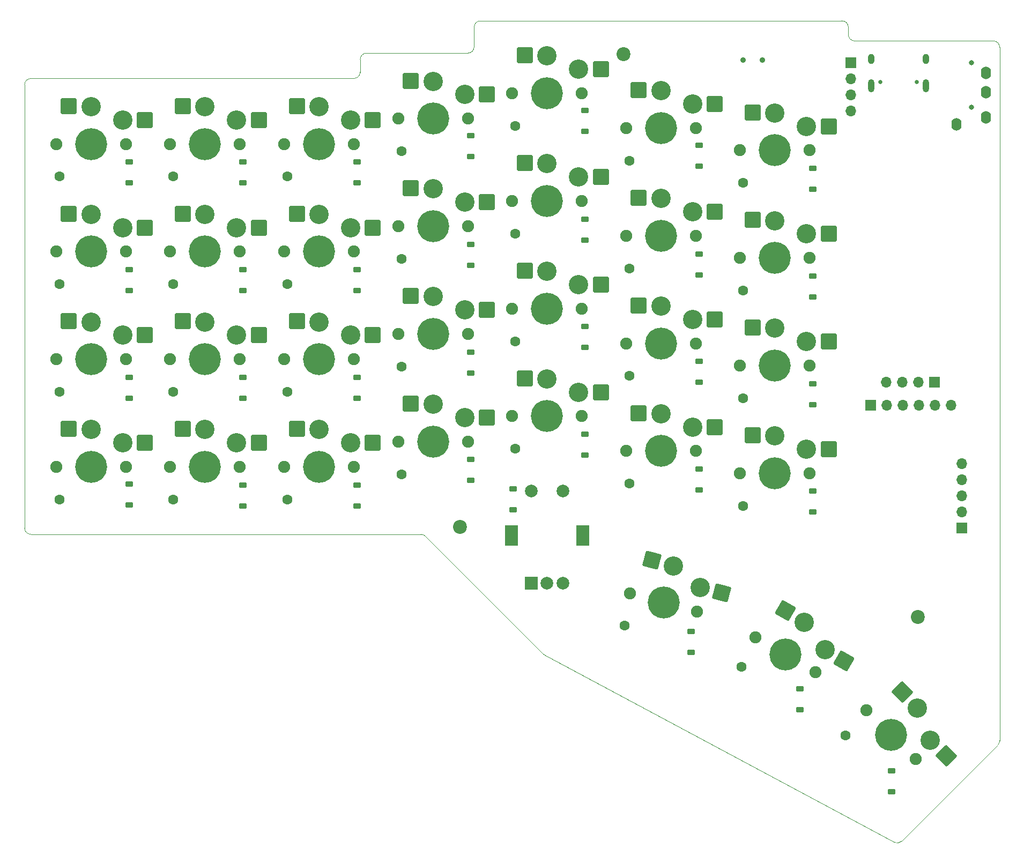
<source format=gbr>
%TF.GenerationSoftware,KiCad,Pcbnew,8.0.5*%
%TF.CreationDate,2024-10-11T21:26:08+02:00*%
%TF.ProjectId,vaucasy_left,76617563-6173-4795-9f6c-6566742e6b69,rev?*%
%TF.SameCoordinates,Original*%
%TF.FileFunction,Soldermask,Bot*%
%TF.FilePolarity,Negative*%
%FSLAX46Y46*%
G04 Gerber Fmt 4.6, Leading zero omitted, Abs format (unit mm)*
G04 Created by KiCad (PCBNEW 8.0.5) date 2024-10-11 21:26:08*
%MOMM*%
%LPD*%
G01*
G04 APERTURE LIST*
G04 Aperture macros list*
%AMRoundRect*
0 Rectangle with rounded corners*
0 $1 Rounding radius*
0 $2 $3 $4 $5 $6 $7 $8 $9 X,Y pos of 4 corners*
0 Add a 4 corners polygon primitive as box body*
4,1,4,$2,$3,$4,$5,$6,$7,$8,$9,$2,$3,0*
0 Add four circle primitives for the rounded corners*
1,1,$1+$1,$2,$3*
1,1,$1+$1,$4,$5*
1,1,$1+$1,$6,$7*
1,1,$1+$1,$8,$9*
0 Add four rect primitives between the rounded corners*
20,1,$1+$1,$2,$3,$4,$5,0*
20,1,$1+$1,$4,$5,$6,$7,0*
20,1,$1+$1,$6,$7,$8,$9,0*
20,1,$1+$1,$8,$9,$2,$3,0*%
G04 Aperture macros list end*
%ADD10R,2.000000X2.000000*%
%ADD11C,2.000000*%
%ADD12R,2.000000X3.200000*%
%ADD13R,1.700000X1.700000*%
%ADD14O,1.700000X1.700000*%
%ADD15C,1.900000*%
%ADD16C,1.600000*%
%ADD17C,3.050000*%
%ADD18C,5.050000*%
%ADD19RoundRect,0.250000X-1.025000X-1.000000X1.025000X-1.000000X1.025000X1.000000X-1.025000X1.000000X0*%
%ADD20C,2.200000*%
%ADD21C,0.900000*%
%ADD22C,0.800000*%
%ADD23O,1.600000X2.000000*%
%ADD24RoundRect,0.250000X-1.431891X0.017678X0.017678X-1.431891X1.431891X-0.017678X-0.017678X1.431891X0*%
%ADD25RoundRect,0.250000X-1.248893X-0.700636X0.731255X-1.231215X1.248893X0.700636X-0.731255X1.231215X0*%
%ADD26C,0.650000*%
%ADD27O,1.000000X2.100000*%
%ADD28O,1.000000X1.600000*%
%ADD29RoundRect,0.250000X-1.387676X-0.353525X0.387676X-1.378525X1.387676X0.353525X-0.387676X1.378525X0*%
%ADD30RoundRect,0.225000X0.375000X-0.225000X0.375000X0.225000X-0.375000X0.225000X-0.375000X-0.225000X0*%
%TA.AperFunction,Profile*%
%ADD31C,0.050000*%
%TD*%
G04 APERTURE END LIST*
D10*
%TO.C,SW3*%
X105015000Y-116700000D03*
D11*
X110015000Y-116700000D03*
X107515000Y-116700000D03*
D12*
X101915000Y-109200000D03*
X113115000Y-109200000D03*
D11*
X110015000Y-102200000D03*
X105015000Y-102200000D03*
%TD*%
D13*
%TO.C,J4*%
X173000000Y-108030000D03*
D14*
X173000000Y-105490000D03*
X173000000Y-102950000D03*
X173000000Y-100410000D03*
X173000000Y-97870000D03*
%TD*%
D15*
%TO.C,S5*%
X102000000Y-39350000D03*
D16*
X102500000Y-44500000D03*
D17*
X107500000Y-33450000D03*
D18*
X107500000Y-39350000D03*
D17*
X112500000Y-35550000D03*
D15*
X113000000Y-39350000D03*
D19*
X104000000Y-33350000D03*
X116000000Y-35550000D03*
%TD*%
D15*
%TO.C,S27*%
X120000000Y-78850000D03*
D16*
X120500000Y-84000000D03*
D17*
X125500000Y-72950000D03*
D18*
X125500000Y-78850000D03*
D17*
X130500000Y-75050000D03*
D15*
X131000000Y-78850000D03*
D19*
X122000000Y-72850000D03*
X134000000Y-75050000D03*
%TD*%
D15*
%TO.C,S3*%
X66000000Y-47350000D03*
D16*
X66500000Y-52500000D03*
D17*
X71500000Y-41450000D03*
D18*
X71500000Y-47350000D03*
D17*
X76500000Y-43550000D03*
D15*
X77000000Y-47350000D03*
D19*
X68000000Y-41350000D03*
X80000000Y-43550000D03*
%TD*%
D15*
%TO.C,S19*%
X48000000Y-81350000D03*
D16*
X48500000Y-86500000D03*
D17*
X53500000Y-75450000D03*
D18*
X53500000Y-81350000D03*
D17*
X58500000Y-77550000D03*
D15*
X59000000Y-81350000D03*
D19*
X50000000Y-75350000D03*
X62000000Y-77550000D03*
%TD*%
D15*
%TO.C,S28*%
X120000000Y-95850000D03*
D16*
X120500000Y-101000000D03*
D17*
X125500000Y-89950000D03*
D18*
X125500000Y-95850000D03*
D17*
X130500000Y-92050000D03*
D15*
X131000000Y-95850000D03*
D19*
X122000000Y-89850000D03*
X134000000Y-92050000D03*
%TD*%
D20*
%TO.C,H3*%
X119625000Y-33200000D03*
%TD*%
D15*
%TO.C,S7*%
X138000000Y-48350000D03*
D16*
X138500000Y-53500000D03*
D17*
X143500000Y-42450000D03*
D18*
X143500000Y-48350000D03*
D17*
X148500000Y-44550000D03*
D15*
X149000000Y-48350000D03*
D19*
X140000000Y-42350000D03*
X152000000Y-44550000D03*
%TD*%
D21*
%TO.C,SW1*%
X141500000Y-34075000D03*
X138500000Y-34075000D03*
%TD*%
D15*
%TO.C,S30*%
X138000000Y-99350000D03*
D16*
X138500000Y-104500000D03*
D17*
X143500000Y-93450000D03*
D18*
X143500000Y-99350000D03*
D17*
X148500000Y-95550000D03*
D15*
X149000000Y-99350000D03*
D19*
X140000000Y-93350000D03*
X152000000Y-95550000D03*
%TD*%
D20*
%TO.C,H2*%
X166075000Y-122075000D03*
%TD*%
%TO.C,H1*%
X93775000Y-107825000D03*
%TD*%
D15*
%TO.C,S14*%
X120000000Y-61850000D03*
D16*
X120500000Y-67000000D03*
D17*
X125500000Y-55950000D03*
D18*
X125500000Y-61850000D03*
D17*
X130500000Y-58050000D03*
D15*
X131000000Y-61850000D03*
D19*
X122000000Y-55850000D03*
X134000000Y-58050000D03*
%TD*%
D15*
%TO.C,S6*%
X120000000Y-44850000D03*
D16*
X120500000Y-50000000D03*
D17*
X125500000Y-38950000D03*
D18*
X125500000Y-44850000D03*
D17*
X130500000Y-41050000D03*
D15*
X131000000Y-44850000D03*
D19*
X122000000Y-38850000D03*
X134000000Y-41050000D03*
%TD*%
D13*
%TO.C,J2*%
X168730000Y-84950000D03*
D14*
X166190000Y-84950000D03*
X163650000Y-84950000D03*
X161110000Y-84950000D03*
%TD*%
D15*
%TO.C,S15*%
X138000000Y-65350000D03*
D16*
X138500000Y-70500000D03*
D17*
X143500000Y-59450000D03*
D18*
X143500000Y-65350000D03*
D17*
X148500000Y-61550000D03*
D15*
X149000000Y-65350000D03*
D19*
X140000000Y-59350000D03*
X152000000Y-61550000D03*
%TD*%
D15*
%TO.C,S29*%
X138000000Y-82350000D03*
D16*
X138500000Y-87500000D03*
D17*
X143500000Y-76450000D03*
D18*
X143500000Y-82350000D03*
D17*
X148500000Y-78550000D03*
D15*
X149000000Y-82350000D03*
D19*
X140000000Y-76350000D03*
X152000000Y-78550000D03*
%TD*%
D15*
%TO.C,S22*%
X66000000Y-98350000D03*
D16*
X66500000Y-103500000D03*
D17*
X71500000Y-92450000D03*
D18*
X71500000Y-98350000D03*
D17*
X76500000Y-94550000D03*
D15*
X77000000Y-98350000D03*
D19*
X68000000Y-92350000D03*
X80000000Y-94550000D03*
%TD*%
D15*
%TO.C,S26*%
X102000000Y-90350000D03*
D16*
X102500000Y-95500000D03*
D17*
X107500000Y-84450000D03*
D18*
X107500000Y-90350000D03*
D17*
X112500000Y-86550000D03*
D15*
X113000000Y-90350000D03*
D19*
X104000000Y-84350000D03*
X116000000Y-86550000D03*
%TD*%
D15*
%TO.C,S23*%
X84000000Y-77350000D03*
D16*
X84500000Y-82500000D03*
D17*
X89500000Y-71450000D03*
D18*
X89500000Y-77350000D03*
D17*
X94500000Y-73550000D03*
D15*
X95000000Y-77350000D03*
D19*
X86000000Y-71350000D03*
X98000000Y-73550000D03*
%TD*%
D15*
%TO.C,S1*%
X30000000Y-47350000D03*
D16*
X30500000Y-52500000D03*
D17*
X35500000Y-41450000D03*
D18*
X35500000Y-47350000D03*
D17*
X40500000Y-43550000D03*
D15*
X41000000Y-47350000D03*
D19*
X32000000Y-41350000D03*
X44000000Y-43550000D03*
%TD*%
D15*
%TO.C,S13*%
X102000000Y-56350000D03*
D16*
X102500000Y-61500000D03*
D17*
X107500000Y-50450000D03*
D18*
X107500000Y-56350000D03*
D17*
X112500000Y-52550000D03*
D15*
X113000000Y-56350000D03*
D19*
X104000000Y-50350000D03*
X116000000Y-52550000D03*
%TD*%
D15*
%TO.C,S9*%
X30000000Y-64350000D03*
D16*
X30500000Y-69500000D03*
D17*
X35500000Y-58450000D03*
D18*
X35500000Y-64350000D03*
D17*
X40500000Y-60550000D03*
D15*
X41000000Y-64350000D03*
D19*
X32000000Y-58350000D03*
X44000000Y-60550000D03*
%TD*%
D15*
%TO.C,S4*%
X84000000Y-43350000D03*
D16*
X84500000Y-48500000D03*
D17*
X89500000Y-37450000D03*
D18*
X89500000Y-43350000D03*
D17*
X94500000Y-39550000D03*
D15*
X95000000Y-43350000D03*
D19*
X86000000Y-37350000D03*
X98000000Y-39550000D03*
%TD*%
D15*
%TO.C,S10*%
X48000000Y-64350000D03*
D16*
X48500000Y-69500000D03*
D17*
X53500000Y-58450000D03*
D18*
X53500000Y-64350000D03*
D17*
X58500000Y-60550000D03*
D15*
X59000000Y-64350000D03*
D19*
X50000000Y-58350000D03*
X62000000Y-60550000D03*
%TD*%
D15*
%TO.C,S11*%
X66000000Y-64350000D03*
D16*
X66500000Y-69500000D03*
D17*
X71500000Y-58450000D03*
D18*
X71500000Y-64350000D03*
D17*
X76500000Y-60550000D03*
D15*
X77000000Y-64350000D03*
D19*
X68000000Y-58350000D03*
X80000000Y-60550000D03*
%TD*%
D22*
%TO.C,U4*%
X174500000Y-34550000D03*
X174500000Y-41550000D03*
D23*
X172200000Y-44250000D03*
X176800000Y-43150000D03*
X176800000Y-39150000D03*
X176800000Y-36150000D03*
%TD*%
D15*
%TO.C,S17*%
X30000000Y-81350000D03*
D16*
X30500000Y-86500000D03*
D17*
X35500000Y-75450000D03*
D18*
X35500000Y-81350000D03*
D17*
X40500000Y-77550000D03*
D15*
X41000000Y-81350000D03*
D19*
X32000000Y-75350000D03*
X44000000Y-77550000D03*
%TD*%
D15*
%TO.C,S24*%
X84000000Y-94350000D03*
D16*
X84500000Y-99500000D03*
D17*
X89500000Y-88450000D03*
D18*
X89500000Y-94350000D03*
D17*
X94500000Y-90550000D03*
D15*
X95000000Y-94350000D03*
D19*
X86000000Y-88350000D03*
X98000000Y-90550000D03*
%TD*%
D15*
%TO.C,S31*%
X157944450Y-136754847D03*
D16*
X154656403Y-140750000D03*
D17*
X166005467Y-136472004D03*
D18*
X161833537Y-140643934D03*
D17*
X168056077Y-141492462D03*
D15*
X165722624Y-144533021D03*
D24*
X163601304Y-133926420D03*
X170530950Y-143967336D03*
%TD*%
D15*
%TO.C,S2*%
X48000000Y-47350000D03*
D16*
X48500000Y-52500000D03*
D17*
X53500000Y-41450000D03*
D18*
X53500000Y-47350000D03*
D17*
X58500000Y-43550000D03*
D15*
X59000000Y-47350000D03*
D19*
X50000000Y-41350000D03*
X62000000Y-43550000D03*
%TD*%
D15*
%TO.C,S20*%
X48000000Y-98350000D03*
D16*
X48500000Y-103500000D03*
D17*
X53500000Y-92450000D03*
D18*
X53500000Y-98350000D03*
D17*
X58500000Y-94550000D03*
D15*
X59000000Y-98350000D03*
D19*
X50000000Y-92350000D03*
X62000000Y-94550000D03*
%TD*%
D15*
%TO.C,S8*%
X120593811Y-118326495D03*
D16*
X119743856Y-123430423D03*
D17*
X127433435Y-114051038D03*
D18*
X125906403Y-119750000D03*
D17*
X131719545Y-117373577D03*
D15*
X131218995Y-121173505D03*
D25*
X124078577Y-113048579D03*
X135100285Y-118279444D03*
%TD*%
D26*
%TO.C,J1*%
X165890000Y-37590000D03*
X160110000Y-37590000D03*
D27*
X167320000Y-38120000D03*
D28*
X167320000Y-33940000D03*
D27*
X158680000Y-38120000D03*
D28*
X158680000Y-33940000D03*
%TD*%
D15*
%TO.C,S25*%
X102000000Y-73350000D03*
D16*
X102500000Y-78500000D03*
D17*
X107500000Y-67450000D03*
D18*
X107500000Y-73350000D03*
D17*
X112500000Y-69550000D03*
D15*
X113000000Y-73350000D03*
D19*
X104000000Y-67350000D03*
X116000000Y-69550000D03*
%TD*%
D15*
%TO.C,S12*%
X84000000Y-60350000D03*
D16*
X84500000Y-65500000D03*
D17*
X89500000Y-54450000D03*
D18*
X89500000Y-60350000D03*
D17*
X94500000Y-56550000D03*
D15*
X95000000Y-60350000D03*
D19*
X86000000Y-54350000D03*
X98000000Y-56550000D03*
%TD*%
D15*
%TO.C,S21*%
X66000000Y-81350000D03*
D16*
X66500000Y-86500000D03*
D17*
X71500000Y-75450000D03*
D18*
X71500000Y-81350000D03*
D17*
X76500000Y-77550000D03*
D15*
X77000000Y-81350000D03*
D19*
X68000000Y-75350000D03*
X80000000Y-77550000D03*
%TD*%
D13*
%TO.C,J6*%
X155500000Y-34550000D03*
D14*
X155500000Y-37090000D03*
X155500000Y-39630000D03*
X155500000Y-42170000D03*
%TD*%
D15*
%TO.C,S16*%
X140393263Y-125250000D03*
D16*
X138251276Y-129960031D03*
D17*
X148106403Y-122890450D03*
D18*
X145156403Y-128000000D03*
D17*
X151386531Y-127209104D03*
D15*
X149919543Y-130750000D03*
D29*
X145125314Y-121053848D03*
X154417619Y-128959103D03*
%TD*%
D15*
%TO.C,S18*%
X30000000Y-98350000D03*
D16*
X30500000Y-103500000D03*
D17*
X35500000Y-92450000D03*
D18*
X35500000Y-98350000D03*
D17*
X40500000Y-94550000D03*
D15*
X41000000Y-98350000D03*
D19*
X32000000Y-92350000D03*
X44000000Y-94550000D03*
%TD*%
D30*
%TO.C,D19*%
X59500000Y-87500000D03*
X59500000Y-84200000D03*
%TD*%
%TO.C,D9*%
X41500000Y-70500000D03*
X41500000Y-67200000D03*
%TD*%
D13*
%TO.C,J5*%
X158600000Y-88575000D03*
D14*
X161140000Y-88575000D03*
X163680000Y-88575000D03*
X166220000Y-88575000D03*
X168760000Y-88575000D03*
X171300000Y-88575000D03*
%TD*%
D30*
%TO.C,D15*%
X149500000Y-71500000D03*
X149500000Y-68200000D03*
%TD*%
%TO.C,D8*%
X130218263Y-127650000D03*
X130218263Y-124350000D03*
%TD*%
%TO.C,D17*%
X41500000Y-87500000D03*
X41500000Y-84200000D03*
%TD*%
%TO.C,D18*%
X41500000Y-104350000D03*
X41500000Y-101050000D03*
%TD*%
%TO.C,D14*%
X131500000Y-68000000D03*
X131500000Y-64700000D03*
%TD*%
%TO.C,D12*%
X95500000Y-66500000D03*
X95500000Y-63200000D03*
%TD*%
%TO.C,D24*%
X95500000Y-100500000D03*
X95500000Y-97200000D03*
%TD*%
%TO.C,D26*%
X113500000Y-96500000D03*
X113500000Y-93200000D03*
%TD*%
%TO.C,D13*%
X113500000Y-62500000D03*
X113500000Y-59200000D03*
%TD*%
%TO.C,D6*%
X131500000Y-50850000D03*
X131500000Y-47550000D03*
%TD*%
%TO.C,D22*%
X77500000Y-104500000D03*
X77500000Y-101200000D03*
%TD*%
%TO.C,D30*%
X149500000Y-105500000D03*
X149500000Y-102200000D03*
%TD*%
%TO.C,D2*%
X59500000Y-53500000D03*
X59500000Y-50200000D03*
%TD*%
%TO.C,D16*%
X147418263Y-136675000D03*
X147418263Y-133375000D03*
%TD*%
%TO.C,D7*%
X149500000Y-54500000D03*
X149500000Y-51200000D03*
%TD*%
%TO.C,D29*%
X149500000Y-88500000D03*
X149500000Y-85200000D03*
%TD*%
%TO.C,D25*%
X113500000Y-79500000D03*
X113500000Y-76200000D03*
%TD*%
%TO.C,D33*%
X102115000Y-105100000D03*
X102115000Y-101800000D03*
%TD*%
%TO.C,D11*%
X77500000Y-70500000D03*
X77500000Y-67200000D03*
%TD*%
%TO.C,D27*%
X131500000Y-85000000D03*
X131500000Y-81700000D03*
%TD*%
%TO.C,D5*%
X113500000Y-45350000D03*
X113500000Y-42050000D03*
%TD*%
%TO.C,D3*%
X77500000Y-53500000D03*
X77500000Y-50200000D03*
%TD*%
%TO.C,D20*%
X59500000Y-104500000D03*
X59500000Y-101200000D03*
%TD*%
%TO.C,D23*%
X95500000Y-83500000D03*
X95500000Y-80200000D03*
%TD*%
%TO.C,D31*%
X161893263Y-149650000D03*
X161893263Y-146350000D03*
%TD*%
%TO.C,D21*%
X77500000Y-87500000D03*
X77500000Y-84200000D03*
%TD*%
%TO.C,D1*%
X41500000Y-53500000D03*
X41500000Y-50200000D03*
%TD*%
%TO.C,D28*%
X131500000Y-102000000D03*
X131500000Y-98700000D03*
%TD*%
%TO.C,D10*%
X59500000Y-70500000D03*
X59500000Y-67200000D03*
%TD*%
%TO.C,D4*%
X95500000Y-49350000D03*
X95500000Y-46050000D03*
%TD*%
D31*
X179000000Y-141585786D02*
G75*
G02*
X178707093Y-142292879I-999900J-14D01*
G01*
X155100000Y-28900000D02*
X155100000Y-30075000D01*
X78000000Y-34000000D02*
X78000000Y-36000000D01*
X78000000Y-34000000D02*
G75*
G02*
X79000000Y-33000000I1000000J0D01*
G01*
X26000000Y-109000000D02*
G75*
G02*
X25000000Y-108000000I0J1000000D01*
G01*
X96000000Y-28900000D02*
G75*
G02*
X97000000Y-27900000I1000000J0D01*
G01*
X122275000Y-27900000D02*
X154100000Y-27900000D01*
X156100000Y-31075000D02*
X178000000Y-31075000D01*
X87585786Y-109000000D02*
G75*
G02*
X88292900Y-109292886I14J-1000000D01*
G01*
X154100000Y-27900000D02*
G75*
G02*
X155100000Y-28900000I0J-1000000D01*
G01*
X96000000Y-32000000D02*
G75*
G02*
X95000000Y-33000000I-1000000J0D01*
G01*
X107130334Y-128069822D02*
G75*
G02*
X106895455Y-127895443I472366J881622D01*
G01*
X163524939Y-157475061D02*
X178707107Y-142292893D01*
X179000000Y-141585786D02*
X179000000Y-32075000D01*
X25000000Y-38000000D02*
G75*
G02*
X26000000Y-37000000I1000000J0D01*
G01*
X163524939Y-157475061D02*
G75*
G02*
X162345588Y-157649474I-707139J707061D01*
G01*
X25000000Y-38000000D02*
X25000000Y-108000000D01*
X95000000Y-33000000D02*
X79000000Y-33000000D01*
X88292893Y-109292893D02*
X106895449Y-127895449D01*
X26000000Y-109000000D02*
X87585786Y-109000000D01*
X107130334Y-128069822D02*
X162345610Y-157649434D01*
X77000000Y-37000000D02*
X26000000Y-37000000D01*
X178000000Y-31075000D02*
G75*
G02*
X179000000Y-32075000I0J-1000000D01*
G01*
X96000000Y-28900000D02*
X96000000Y-32000000D01*
X78000000Y-36000000D02*
G75*
G02*
X77000000Y-37000000I-1000000J0D01*
G01*
X122275000Y-27900000D02*
X97000000Y-27900000D01*
X156100000Y-31075000D02*
G75*
G02*
X155100000Y-30075000I0J1000000D01*
G01*
M02*

</source>
